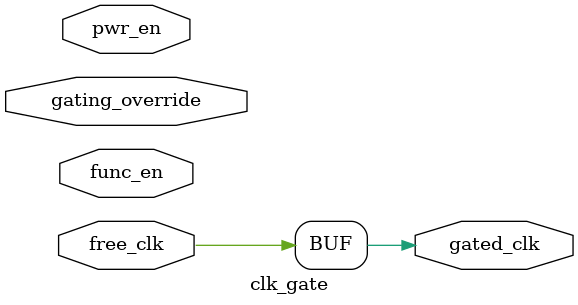
<source format=v>
/*
Copyright (c) 2015, Steven F. Hoover

Redistribution and use in source and binary forms, with or without
modification, are permitted provided that the following conditions are met:

    * Redistributions of source code must retain the above copyright notice,
      this list of conditions and the following disclaimer.
    * Redistributions in binary form must reproduce the above copyright
      notice, this list of conditions and the following disclaimer in the
      documentation and/or other materials provided with the distribution.
    * The name of Steven F. Hoover
      may not be used to endorse or promote products derived from this software
      without specific prior written permission.

THIS SOFTWARE IS PROVIDED BY THE COPYRIGHT HOLDERS AND CONTRIBUTORS "AS IS"
AND ANY EXPRESS OR IMPLIED WARRANTIES, INCLUDING, BUT NOT LIMITED TO, THE
IMPLIED WARRANTIES OF MERCHANTABILITY AND FITNESS FOR A PARTICULAR PURPOSE ARE
DISCLAIMED. IN NO EVENT SHALL THE COPYRIGHT OWNER OR CONTRIBUTORS BE LIABLE
FOR ANY DIRECT, INDIRECT, INCIDENTAL, SPECIAL, EXEMPLARY, OR CONSEQUENTIAL
DAMAGES (INCLUDING, BUT NOT LIMITED TO, PROCUREMENT OF SUBSTITUTE GOODS OR
SERVICES; LOSS OF USE, DATA, OR PROFITS; OR BUSINESS INTERRUPTION) HOWEVER
CAUSED AND ON ANY THEORY OF LIABILITY, WHETHER IN CONTRACT, STRICT LIABILITY,
OR TORT (INCLUDING NEGLIGENCE OR OTHERWISE) ARISING IN ANY WAY OUT OF THE USE
OF THIS SOFTWARE, EVEN IF ADVISED OF THE POSSIBILITY OF SUCH DAMAGE.
*/

`include "sp_verilog.vh"


// Clock gate module used by SandPiper default project.

module clk_gate (output gated_clk, input free_clk, func_en, pwr_en, gating_override);

   assign gated_clk = free_clk;
endmodule

</source>
